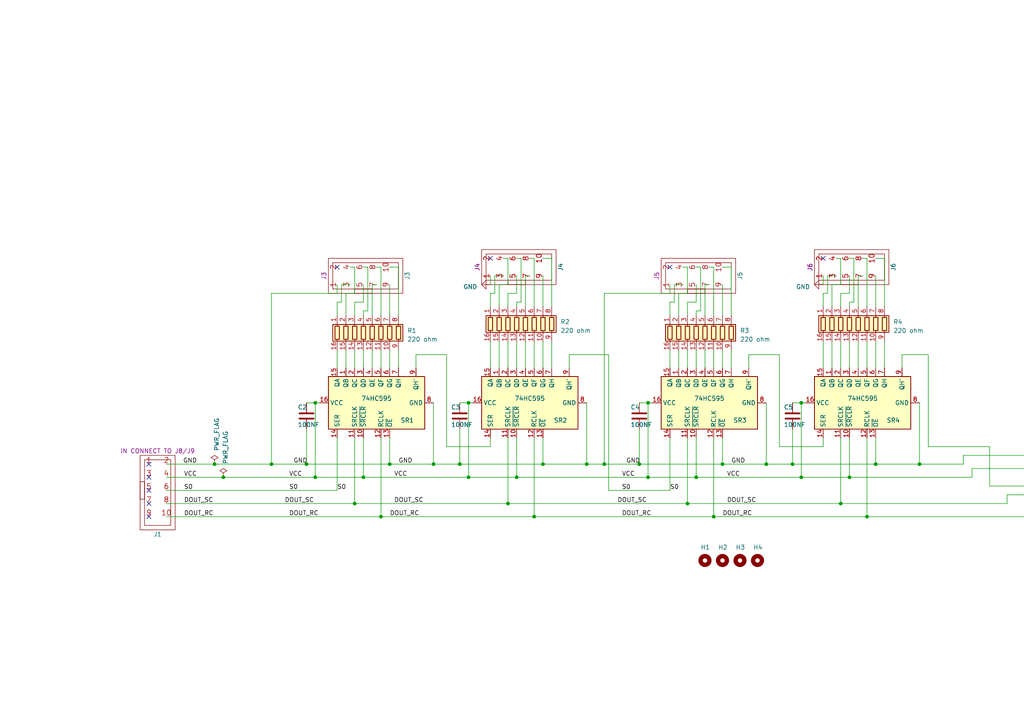
<source format=kicad_sch>
(kicad_sch (version 20230121) (generator eeschema)
  (paper "A4")
  (lib_symbols
    (symbol "74xx:74HC595"
      (property "Reference" "U" (at -7.62 13.97 0))
      (property "Value" "74HC595" (at -7.62 -16.51 0))
      (symbol "74HC595_1_0"
        (pin tri_state line (at 10.16 7.62 180) (length 2.54) (name "QB") (number "1"))
        (pin input line (at -10.16 2.54 0) (length 2.54) (name "~{SRCLR}") (number "10"))
        (pin input line (at -10.16 5.08 0) (length 2.54) (name "SRCLK") (number "11"))
        (pin input line (at -10.16 -2.54 0) (length 2.54) (name "RCLK") (number "12"))
        (pin input line (at -10.16 -5.08 0) (length 2.54) (name "~{OE}") (number "13"))
        (pin input line (at -10.16 10.16 0) (length 2.54) (name "SER") (number "14"))
        (pin tri_state line (at 10.16 10.16 180) (length 2.54) (name "QA") (number "15"))
        (pin power_in line (at 0 15.24 270) (length 2.54) (name "VCC") (number "16"))
        (pin tri_state line (at 10.16 5.08 180) (length 2.54) (name "QC") (number "2"))
        (pin tri_state line (at 10.16 2.54 180) (length 2.54) (name "QD") (number "3"))
        (pin tri_state line (at 10.16 0 180) (length 2.54) (name "QE") (number "4"))
        (pin tri_state line (at 10.16 -2.54 180) (length 2.54) (name "QF") (number "5"))
        (pin tri_state line (at 10.16 -5.08 180) (length 2.54) (name "QG") (number "6"))
        (pin tri_state line (at 10.16 -7.62 180) (length 2.54) (name "QH") (number "7"))
        (pin power_in line (at 0 -17.78 90) (length 2.54) (name "GND") (number "8"))
        (pin output line (at 10.16 -12.7 180) (length 2.54) (name "QH'") (number "9"))
      )
      (symbol "74HC595_1_1"
        (rectangle (start -7.62 12.7) (end 7.62 -15.24) (stroke (width 0.254)) (fill (type background)))
      )
    )
    (symbol "Device:C" (pin_numbers hide) (pin_names (offset 0.254))
      (property "Reference" "C" (at 0.635 2.54 0))
      (property "Value" "C" (at 0.635 -2.54 0))
      (symbol "C_0_1"
        (polyline (pts (xy -2.032 -0.762) (xy 2.032 -0.762)) (stroke (width 0.508)))
        (polyline (pts (xy -2.032 0.762) (xy 2.032 0.762)) (stroke (width 0.508)))
      )
      (symbol "C_1_1"
        (pin passive line (at 0 3.81 270) (length 2.794) (name "~") (number "1"))
        (pin passive line (at 0 -3.81 90) (length 2.794) (name "~") (number "2"))
      )
    )
    (symbol "Device:R_Pack08" (pin_names (offset 0) hide)
      (property "Reference" "RN" (at -12.7 0 90))
      (property "Value" "R_Pack08" (at 10.16 0 90))
      (symbol "R_Pack08_0_1"
        (rectangle (start -11.43 -2.413) (end 8.89 2.413) (stroke (width 0.254)) (fill (type background)))
        (rectangle (start -10.795 1.905) (end -9.525 -1.905) (stroke (width 0.254)))
        (rectangle (start -8.255 1.905) (end -6.985 -1.905) (stroke (width 0.254)))
        (rectangle (start -5.715 1.905) (end -4.445 -1.905) (stroke (width 0.254)))
        (rectangle (start -3.175 1.905) (end -1.905 -1.905) (stroke (width 0.254)))
        (rectangle (start -0.635 1.905) (end 0.635 -1.905) (stroke (width 0.254)))
        (polyline (pts (xy -10.16 -2.54) (xy -10.16 -1.905)))
        (polyline (pts (xy -10.16 1.905) (xy -10.16 2.54)))
        (polyline (pts (xy -7.62 -2.54) (xy -7.62 -1.905)))
        (polyline (pts (xy -7.62 1.905) (xy -7.62 2.54)))
        (polyline (pts (xy -5.08 -2.54) (xy -5.08 -1.905)))
        (polyline (pts (xy -5.08 1.905) (xy -5.08 2.54)))
        (polyline (pts (xy -2.54 -2.54) (xy -2.54 -1.905)))
        (polyline (pts (xy -2.54 1.905) (xy -2.54 2.54)))
        (polyline (pts (xy 0 -2.54) (xy 0 -1.905)))
        (polyline (pts (xy 0 1.905) (xy 0 2.54)))
        (polyline (pts (xy 2.54 -2.54) (xy 2.54 -1.905)))
        (polyline (pts (xy 2.54 1.905) (xy 2.54 2.54)))
        (polyline (pts (xy 5.08 -2.54) (xy 5.08 -1.905)))
        (polyline (pts (xy 5.08 1.905) (xy 5.08 2.54)))
        (polyline (pts (xy 7.62 -2.54) (xy 7.62 -1.905)))
        (polyline (pts (xy 7.62 1.905) (xy 7.62 2.54)))
        (rectangle (start 1.905 1.905) (end 3.175 -1.905) (stroke (width 0.254)))
        (rectangle (start 4.445 1.905) (end 5.715 -1.905) (stroke (width 0.254)))
        (rectangle (start 6.985 1.905) (end 8.255 -1.905) (stroke (width 0.254)))
      )
      (symbol "R_Pack08_1_1"
        (pin passive line (at -10.16 -5.08 90) (length 2.54) (name "R1.1") (number "1"))
        (pin passive line (at 5.08 5.08 270) (length 2.54) (name "R7.2") (number "10"))
        (pin passive line (at 2.54 5.08 270) (length 2.54) (name "R6.2") (number "11"))
        (pin passive line (at 0 5.08 270) (length 2.54) (name "R5.2") (number "12"))
        (pin passive line (at -2.54 5.08 270) (length 2.54) (name "R4.2") (number "13"))
        (pin passive line (at -5.08 5.08 270) (length 2.54) (name "R3.2") (number "14"))
        (pin passive line (at -7.62 5.08 270) (length 2.54) (name "R2.2") (number "15"))
        (pin passive line (at -10.16 5.08 270) (length 2.54) (name "R1.2") (number "16"))
        (pin passive line (at -7.62 -5.08 90) (length 2.54) (name "R2.1") (number "2"))
        (pin passive line (at -5.08 -5.08 90) (length 2.54) (name "R3.1") (number "3"))
        (pin passive line (at -2.54 -5.08 90) (length 2.54) (name "R4.1") (number "4"))
        (pin passive line (at 0 -5.08 90) (length 2.54) (name "R5.1") (number "5"))
        (pin passive line (at 2.54 -5.08 90) (length 2.54) (name "R6.1") (number "6"))
        (pin passive line (at 5.08 -5.08 90) (length 2.54) (name "R7.1") (number "7"))
        (pin passive line (at 7.62 -5.08 90) (length 2.54) (name "R8.1") (number "8"))
        (pin passive line (at 7.62 5.08 270) (length 2.54) (name "R8.2") (number "9"))
      )
    )
    (symbol "IDC-Header_2x05_P2.54mm_Vertical_1"
      (property "Reference" "J?" (at -15.24 0 0))
      (property "Champ4" "IN" (at -12.7 0 0))
      (symbol "IDC-Header_2x05_P2.54mm_Vertical_1_0_1"
        (rectangle (start -5.08 11.43) (end 5.08 -10.16))
        (rectangle (start -3.81 10.16) (end 3.81 -8.89))
        (rectangle (start 3.81 -2.54) (end 5.08 2.54))
      )
      (symbol "IDC-Header_2x05_P2.54mm_Vertical_1_1_1"
        (pin passive line (at 2.54 -7.62 180) (length 0) (name "") (number "1"))
        (pin passive line (at -2.54 7.62 0) (length 0) (name "") (number "10"))
        (pin passive line (at -2.54 -7.62 0) (length 0) (name "") (number "2"))
        (pin passive line (at 2.54 -3.81 180) (length 0) (name "") (number "3"))
        (pin passive line (at -2.54 -3.81 0) (length 0) (name "") (number "4"))
        (pin passive line (at 2.54 0 180) (length 0) (name "") (number "5"))
        (pin passive line (at -2.54 0 0) (length 0) (name "") (number "6"))
        (pin passive line (at 2.54 3.81 180) (length 0) (name "") (number "7"))
        (pin passive line (at -2.54 3.81 0) (length 0) (name "") (number "8"))
        (pin passive line (at 2.54 7.62 180) (length 0) (name "") (number "9"))
      )
    )
    (symbol "Mechanical:MountingHole" (pin_names (offset 1.016))
      (property "Reference" "H" (at 0 5.08 0))
      (property "Value" "MountingHole" (at 0 3.175 0))
      (symbol "MountingHole_0_1"
        (circle (center 0 0) (radius 1.27) (stroke (width 1.27)))
      )
    )
    (symbol "power:GND" (power) (pin_names (offset 0))
      (property "Value" "GND" (at 0 -3.81 0))
      (symbol "GND_0_1"
        (polyline (pts (xy 0 0) (xy 0 -1.27) (xy 1.27 -1.27) (xy 0 -2.54) (xy -1.27 -1.27) (xy 0 -1.27)))
      )
      (symbol "GND_1_1"
        (pin power_in line (at 0 0 270) (length 0) hide (name "GND") (number "1"))
      )
    )
    (symbol "power:PWR_FLAG" (power) (pin_numbers hide) (pin_names (offset 0) hide)
      (property "Value" "PWR_FLAG" (at 0 3.81 0))
      (symbol "PWR_FLAG_0_0"
        (pin power_out line (at 0 0 90) (length 0) (name "pwr") (number "1"))
      )
      (symbol "PWR_FLAG_0_1"
        (polyline (pts (xy 0 0) (xy 0 1.27) (xy -1.016 1.905) (xy 0 2.54) (xy 1.016 1.905) (xy 0 1.27)))
      )
    )
  )
  (junction (at 232.41 116.84))
  (junction (at 266.7 134.62))
  (junction (at 243.84 146.05))
  (junction (at 251.46 149.86))
  (junction (at 209.55 134.62))
  (junction (at 135.89 138.43))
  (junction (at 91.44 138.43))
  (junction (at 222.25 134.62))
  (junction (at 154.94 149.86))
  (junction (at 102.87 146.05))
  (junction (at 135.89 116.84))
  (junction (at 105.41 138.43))
  (junction (at 201.93 138.43))
  (junction (at 307.34 132.08))
  (junction (at 110.49 149.86))
  (junction (at 307.34 143.51))
  (junction (at 187.96 116.84))
  (junction (at 113.03 134.62))
  (junction (at 170.18 134.62))
  (junction (at 307.34 135.89))
  (junction (at 175.26 134.62))
  (junction (at 78.74 134.62))
  (junction (at 229.87 134.62))
  (junction (at 307.34 147.32))
  (junction (at 246.38 138.43))
  (junction (at 254 134.62))
  (junction (at 133.35 134.62))
  (junction (at 91.44 116.84))
  (junction (at 157.48 134.62))
  (junction (at 125.73 134.62))
  (junction (at 207.01 149.86))
  (junction (at 232.41 138.43))
  (junction (at 199.39 146.05))
  (junction (at 149.86 138.43))
  (junction (at 64.77 138.43))
  (junction (at 187.96 138.43))
  (junction (at 62.23 134.62))
  (junction (at 185.42 134.62))
  (junction (at 88.9 134.62))
  (junction (at 147.32 146.05))
  (no_connect (at 43.18 134.62))
  (no_connect (at 142.24 74.93))
  (no_connect (at 43.18 138.43))
  (no_connect (at 43.18 149.86))
  (no_connect (at 43.18 142.24))
  (no_connect (at 194.31 77.47))
  (no_connect (at 307.34 139.7))
  (no_connect (at 238.76 74.93))
  (no_connect (at 97.79 77.47))
  (no_connect (at 43.18 146.05))
  (wire (pts (xy 243.84 74.93) (xy 242.57 74.93)))
  (wire (pts (xy 147.32 82.55) (xy 147.32 74.93)))
  (wire (pts (xy 287.02 140.97) (xy 287.02 129.54)))
  (wire (pts (xy 247.65 74.93) (xy 247.65 87.63)))
  (wire (pts (xy 254 127) (xy 254 134.62)))
  (wire (pts (xy 125.73 134.62) (xy 133.35 134.62)))
  (wire (pts (xy 243.84 99.06) (xy 243.84 106.68)))
  (wire (pts (xy 142.24 99.06) (xy 142.24 106.68)))
  (wire (pts (xy 100.33 101.6) (xy 100.33 106.68)))
  (wire (pts (xy 125.73 116.84) (xy 125.73 134.62)))
  (wire (pts (xy 204.47 82.55) (xy 205.74 82.55)))
  (wire (pts (xy 113.03 134.62) (xy 125.73 134.62)))
  (wire (pts (xy 246.38 74.93) (xy 247.65 74.93)))
  (wire (pts (xy 199.39 85.09) (xy 199.39 77.47)))
  (wire (pts (xy 105.41 90.17) (xy 105.41 91.44)))
  (wire (pts (xy 147.32 88.9) (xy 147.32 85.09)))
  (wire (pts (xy 102.87 85.09) (xy 102.87 77.47)))
  (wire (pts (xy 113.03 127) (xy 113.03 134.62)))
  (wire (pts (xy 135.89 138.43) (xy 149.86 138.43)))
  (wire (pts (xy 187.96 116.84) (xy 189.23 116.84)))
  (wire (pts (xy 88.9 134.62) (xy 113.03 134.62)))
  (wire (pts (xy 238.76 82.55) (xy 238.76 80.01)))
  (wire (pts (xy 238.76 129.54) (xy 238.76 127)))
  (wire (pts (xy 241.3 82.55) (xy 243.84 82.55)))
  (wire (pts (xy 269.24 129.54) (xy 287.02 129.54)))
  (wire (pts (xy 170.18 134.62) (xy 175.26 134.62)))
  (wire (pts (xy 203.2 77.47) (xy 203.2 90.17)))
  (wire (pts (xy 196.85 101.6) (xy 196.85 106.68)))
  (wire (pts (xy 91.44 116.84) (xy 91.44 138.43)))
  (wire (pts (xy 254 99.06) (xy 254 106.68)))
  (wire (pts (xy 207.01 149.86) (xy 251.46 149.86)))
  (wire (pts (xy 201.93 77.47) (xy 203.2 77.47)))
  (wire (pts (xy 135.89 116.84) (xy 137.16 116.84)))
  (wire (pts (xy 281.94 135.89) (xy 307.34 135.89)))
  (wire (pts (xy 133.35 124.46) (xy 133.35 134.62)))
  (wire (pts (xy 201.93 87.63) (xy 201.93 82.55)))
  (wire (pts (xy 241.3 99.06) (xy 241.3 106.68)))
  (wire (pts (xy 160.02 99.06) (xy 160.02 106.68)))
  (wire (pts (xy 212.09 77.47) (xy 212.09 91.44)))
  (wire (pts (xy 209.55 77.47) (xy 212.09 77.47)))
  (wire (pts (xy 105.41 77.47) (xy 106.68 77.47)))
  (wire (pts (xy 226.06 129.54) (xy 238.76 129.54)))
  (wire (pts (xy 100.33 85.09) (xy 102.87 85.09)))
  (wire (pts (xy 243.84 85.09) (xy 246.38 85.09)))
  (wire (pts (xy 110.49 127) (xy 110.49 149.86)))
  (wire (pts (xy 312.42 132.08) (xy 307.34 132.08)))
  (wire (pts (xy 205.74 77.47) (xy 207.01 77.47)))
  (wire (pts (xy 246.38 85.09) (xy 246.38 80.01)))
  (wire (pts (xy 243.84 88.9) (xy 243.84 85.09)))
  (wire (pts (xy 48.26 138.43) (xy 64.77 138.43)))
  (wire (pts (xy 143.51 85.09) (xy 143.51 80.01)))
  (wire (pts (xy 129.54 129.54) (xy 142.24 129.54)))
  (wire (pts (xy 246.38 127) (xy 246.38 138.43)))
  (wire (pts (xy 209.55 82.55) (xy 209.55 91.44)))
  (wire (pts (xy 254 134.62) (xy 266.7 134.62)))
  (wire (pts (xy 209.55 101.6) (xy 209.55 106.68)))
  (wire (pts (xy 229.87 134.62) (xy 254 134.62)))
  (wire (pts (xy 185.42 124.46) (xy 185.42 134.62)))
  (wire (pts (xy 109.22 77.47) (xy 110.49 77.47)))
  (wire (pts (xy 212.09 101.6) (xy 212.09 106.68)))
  (wire (pts (xy 232.41 116.84) (xy 232.41 138.43)))
  (wire (pts (xy 160.02 74.93) (xy 160.02 88.9)))
  (wire (pts (xy 102.87 91.44) (xy 102.87 87.63)))
  (wire (pts (xy 194.31 85.09) (xy 194.31 82.55)))
  (wire (pts (xy 251.46 127) (xy 251.46 149.86)))
  (wire (pts (xy 165.1 102.87) (xy 176.53 102.87)))
  (wire (pts (xy 201.93 101.6) (xy 201.93 106.68)))
  (wire (pts (xy 120.65 102.87) (xy 129.54 102.87)))
  (wire (pts (xy 88.9 116.84) (xy 91.44 116.84)))
  (wire (pts (xy 152.4 99.06) (xy 152.4 106.68)))
  (wire (pts (xy 243.84 146.05) (xy 292.1 146.05)))
  (wire (pts (xy 199.39 91.44) (xy 199.39 87.63)))
  (wire (pts (xy 203.2 90.17) (xy 201.93 90.17)))
  (wire (pts (xy 207.01 77.47) (xy 207.01 91.44)))
  (wire (pts (xy 201.93 127) (xy 201.93 138.43)))
  (wire (pts (xy 229.87 124.46) (xy 229.87 134.62)))
  (wire (pts (xy 281.94 138.43) (xy 281.94 135.89)))
  (wire (pts (xy 195.58 82.55) (xy 198.12 82.55)))
  (wire (pts (xy 78.74 134.62) (xy 88.9 134.62)))
  (wire (pts (xy 149.86 87.63) (xy 149.86 88.9)))
  (wire (pts (xy 312.42 140.97) (xy 287.02 140.97)))
  (wire (pts (xy 102.87 77.47) (xy 101.6 77.47)))
  (wire (pts (xy 199.39 101.6) (xy 199.39 106.68)))
  (wire (pts (xy 88.9 124.46) (xy 88.9 134.62)))
  (wire (pts (xy 78.74 85.09) (xy 97.79 85.09)))
  (wire (pts (xy 129.54 102.87) (xy 129.54 129.54)))
  (wire (pts (xy 97.79 91.44) (xy 97.79 87.63)))
  (wire (pts (xy 147.32 99.06) (xy 147.32 106.68)))
  (wire (pts (xy 105.41 101.6) (xy 105.41 106.68)))
  (wire (pts (xy 170.18 116.84) (xy 170.18 134.62)))
  (wire (pts (xy 144.78 99.06) (xy 144.78 106.68)))
  (wire (pts (xy 99.06 87.63) (xy 99.06 82.55)))
  (wire (pts (xy 307.34 143.51) (xy 312.42 143.51)))
  (wire (pts (xy 238.76 85.09) (xy 240.03 85.09)))
  (wire (pts (xy 48.26 146.05) (xy 102.87 146.05)))
  (wire (pts (xy 106.68 90.17) (xy 105.41 90.17)))
  (wire (pts (xy 142.24 85.09) (xy 143.51 85.09)))
  (wire (pts (xy 99.06 82.55) (xy 101.6 82.55)))
  (wire (pts (xy 62.23 134.62) (xy 78.74 134.62)))
  (wire (pts (xy 222.25 116.84) (xy 222.25 134.62)))
  (wire (pts (xy 113.03 82.55) (xy 113.03 91.44)))
  (wire (pts (xy 251.46 74.93) (xy 251.46 88.9)))
  (wire (pts (xy 154.94 74.93) (xy 154.94 88.9)))
  (wire (pts (xy 142.24 82.55) (xy 142.24 80.01)))
  (wire (pts (xy 151.13 74.93) (xy 151.13 87.63)))
  (wire (pts (xy 149.86 138.43) (xy 187.96 138.43)))
  (wire (pts (xy 107.95 82.55) (xy 109.22 82.55)))
  (wire (pts (xy 248.92 80.01) (xy 250.19 80.01)))
  (wire (pts (xy 254 80.01) (xy 254 88.9)))
  (wire (pts (xy 199.39 127) (xy 199.39 146.05)))
  (wire (pts (xy 209.55 127) (xy 209.55 134.62)))
  (wire (pts (xy 142.24 88.9) (xy 142.24 85.09)))
  (wire (pts (xy 185.42 134.62) (xy 209.55 134.62)))
  (wire (pts (xy 240.03 85.09) (xy 240.03 80.01)))
  (wire (pts (xy 135.89 138.43) (xy 105.41 138.43)))
  (wire (pts (xy 48.26 149.86) (xy 110.49 149.86)))
  (wire (pts (xy 143.51 80.01) (xy 146.05 80.01)))
  (wire (pts (xy 246.38 99.06) (xy 246.38 106.68)))
  (wire (pts (xy 113.03 77.47) (xy 115.57 77.47)))
  (wire (pts (xy 266.7 116.84) (xy 266.7 134.62)))
  (wire (pts (xy 256.54 99.06) (xy 256.54 106.68)))
  (wire (pts (xy 201.93 90.17) (xy 201.93 91.44)))
  (wire (pts (xy 246.38 87.63) (xy 246.38 88.9)))
  (wire (pts (xy 307.34 132.08) (xy 279.4 132.08)))
  (wire (pts (xy 64.77 138.43) (xy 91.44 138.43)))
  (wire (pts (xy 157.48 99.06) (xy 157.48 106.68)))
  (wire (pts (xy 147.32 127) (xy 147.32 146.05)))
  (wire (pts (xy 229.87 116.84) (xy 232.41 116.84)))
  (wire (pts (xy 149.86 74.93) (xy 151.13 74.93)))
  (wire (pts (xy 97.79 101.6) (xy 97.79 106.68)))
  (wire (pts (xy 194.31 87.63) (xy 195.58 87.63)))
  (wire (pts (xy 226.06 102.87) (xy 226.06 129.54)))
  (wire (pts (xy 102.87 146.05) (xy 147.32 146.05)))
  (wire (pts (xy 142.24 129.54) (xy 142.24 127)))
  (wire (pts (xy 106.68 77.47) (xy 106.68 90.17)))
  (wire (pts (xy 147.32 74.93) (xy 146.05 74.93)))
  (wire (pts (xy 222.25 134.62) (xy 229.87 134.62)))
  (wire (pts (xy 157.48 80.01) (xy 157.48 88.9)))
  (wire (pts (xy 115.57 77.47) (xy 115.57 91.44)))
  (wire (pts (xy 207.01 101.6) (xy 207.01 106.68)))
  (wire (pts (xy 165.1 106.68) (xy 165.1 102.87)))
  (wire (pts (xy 133.35 116.84) (xy 135.89 116.84)))
  (wire (pts (xy 256.54 74.93) (xy 256.54 88.9)))
  (wire (pts (xy 269.24 102.87) (xy 269.24 129.54)))
  (wire (pts (xy 105.41 138.43) (xy 91.44 138.43)))
  (wire (pts (xy 279.4 132.08) (xy 279.4 134.62)))
  (wire (pts (xy 207.01 127) (xy 207.01 149.86)))
  (wire (pts (xy 243.84 82.55) (xy 243.84 74.93)))
  (wire (pts (xy 110.49 77.47) (xy 110.49 91.44)))
  (wire (pts (xy 196.85 91.44) (xy 196.85 85.09)))
  (wire (pts (xy 147.32 85.09) (xy 149.86 85.09)))
  (wire (pts (xy 266.7 134.62) (xy 279.4 134.62)))
  (wire (pts (xy 78.74 134.62) (xy 78.74 85.09)))
  (wire (pts (xy 100.33 91.44) (xy 100.33 85.09)))
  (wire (pts (xy 157.48 74.93) (xy 160.02 74.93)))
  (wire (pts (xy 176.53 142.24) (xy 194.31 142.24)))
  (wire (pts (xy 102.87 101.6) (xy 102.87 106.68)))
  (wire (pts (xy 152.4 80.01) (xy 153.67 80.01)))
  (wire (pts (xy 232.41 138.43) (xy 246.38 138.43)))
  (wire (pts (xy 97.79 85.09) (xy 97.79 82.55)))
  (wire (pts (xy 110.49 149.86) (xy 154.94 149.86)))
  (wire (pts (xy 194.31 127) (xy 194.31 142.24)))
  (wire (pts (xy 175.26 134.62) (xy 175.26 85.09)))
  (wire (pts (xy 247.65 87.63) (xy 246.38 87.63)))
  (wire (pts (xy 194.31 91.44) (xy 194.31 87.63)))
  (wire (pts (xy 157.48 134.62) (xy 170.18 134.62)))
  (wire (pts (xy 102.87 127) (xy 102.87 146.05)))
  (wire (pts (xy 147.32 146.05) (xy 199.39 146.05)))
  (wire (pts (xy 149.86 127) (xy 149.86 138.43)))
  (wire (pts (xy 133.35 134.62) (xy 157.48 134.62)))
  (wire (pts (xy 232.41 116.84) (xy 233.68 116.84)))
  (wire (pts (xy 194.31 101.6) (xy 194.31 106.68)))
  (wire (pts (xy 151.13 87.63) (xy 149.86 87.63)))
  (wire (pts (xy 175.26 85.09) (xy 194.31 85.09)))
  (wire (pts (xy 195.58 87.63) (xy 195.58 82.55)))
  (wire (pts (xy 241.3 88.9) (xy 241.3 82.55)))
  (wire (pts (xy 120.65 106.68) (xy 120.65 102.87)))
  (wire (pts (xy 217.17 102.87) (xy 226.06 102.87)))
  (wire (pts (xy 185.42 116.84) (xy 187.96 116.84)))
  (wire (pts (xy 292.1 143.51) (xy 307.34 143.51)))
  (wire (pts (xy 154.94 99.06) (xy 154.94 106.68)))
  (wire (pts (xy 48.26 142.24) (xy 97.79 142.24)))
  (wire (pts (xy 261.62 102.87) (xy 269.24 102.87)))
  (wire (pts (xy 312.42 139.7) (xy 312.42 140.97)))
  (wire (pts (xy 201.93 138.43) (xy 187.96 138.43)))
  (wire (pts (xy 238.76 99.06) (xy 238.76 106.68)))
  (wire (pts (xy 107.95 91.44) (xy 107.95 82.55)))
  (wire (pts (xy 153.67 74.93) (xy 154.94 74.93)))
  (wire (pts (xy 250.19 74.93) (xy 251.46 74.93)))
  (wire (pts (xy 199.39 77.47) (xy 198.12 77.47)))
  (wire (pts (xy 176.53 102.87) (xy 176.53 142.24)))
  (wire (pts (xy 105.41 87.63) (xy 105.41 82.55)))
  (wire (pts (xy 232.41 138.43) (xy 201.93 138.43)))
  (wire (pts (xy 149.86 85.09) (xy 149.86 80.01)))
  (wire (pts (xy 144.78 88.9) (xy 144.78 82.55)))
  (wire (pts (xy 110.49 101.6) (xy 110.49 106.68)))
  (wire (pts (xy 243.84 127) (xy 243.84 146.05)))
  (wire (pts (xy 97.79 87.63) (xy 99.06 87.63)))
  (wire (pts (xy 204.47 91.44) (xy 204.47 82.55)))
  (wire (pts (xy 209.55 134.62) (xy 222.25 134.62)))
  (wire (pts (xy 175.26 134.62) (xy 185.42 134.62)))
  (wire (pts (xy 199.39 87.63) (xy 201.93 87.63)))
  (wire (pts (xy 48.26 134.62) (xy 62.23 134.62)))
  (wire (pts (xy 149.86 99.06) (xy 149.86 106.68)))
  (wire (pts (xy 292.1 146.05) (xy 292.1 143.51)))
  (wire (pts (xy 204.47 101.6) (xy 204.47 106.68)))
  (wire (pts (xy 251.46 99.06) (xy 251.46 106.68)))
  (wire (pts (xy 254 74.93) (xy 256.54 74.93)))
  (wire (pts (xy 105.41 127) (xy 105.41 138.43)))
  (wire (pts (xy 91.44 116.84) (xy 92.71 116.84)))
  (wire (pts (xy 199.39 146.05) (xy 243.84 146.05)))
  (wire (pts (xy 217.17 106.68) (xy 217.17 102.87)))
  (wire (pts (xy 154.94 127) (xy 154.94 149.86)))
  (wire (pts (xy 238.76 88.9) (xy 238.76 85.09)))
  (wire (pts (xy 240.03 80.01) (xy 242.57 80.01)))
  (wire (pts (xy 261.62 106.68) (xy 261.62 102.87)))
  (wire (pts (xy 248.92 99.06) (xy 248.92 106.68)))
  (wire (pts (xy 107.95 101.6) (xy 107.95 106.68)))
  (wire (pts (xy 307.34 147.32) (xy 299.72 147.32)))
  (wire (pts (xy 299.72 147.32) (xy 299.72 149.86)))
  (wire (pts (xy 144.78 82.55) (xy 147.32 82.55)))
  (wire (pts (xy 115.57 101.6) (xy 115.57 106.68)))
  (wire (pts (xy 307.34 135.89) (xy 312.42 135.89)))
  (wire (pts (xy 157.48 127) (xy 157.48 134.62)))
  (wire (pts (xy 251.46 149.86) (xy 299.72 149.86)))
  (wire (pts (xy 248.92 88.9) (xy 248.92 80.01)))
  (wire (pts (xy 113.03 101.6) (xy 113.03 106.68)))
  (wire (pts (xy 154.94 149.86) (xy 207.01 149.86)))
  (wire (pts (xy 152.4 88.9) (xy 152.4 80.01)))
  (wire (pts (xy 312.42 147.32) (xy 307.34 147.32)))
  (wire (pts (xy 196.85 85.09) (xy 199.39 85.09)))
  (wire (pts (xy 135.89 116.84) (xy 135.89 138.43)))
  (wire (pts (xy 102.87 87.63) (xy 105.41 87.63)))
  (wire (pts (xy 187.96 116.84) (xy 187.96 138.43)))
  (wire (pts (xy 97.79 127) (xy 97.79 142.24)))
  (wire (pts (xy 246.38 138.43) (xy 281.94 138.43)))
  (label "DOUT_SC" (at 53.34 146.05 0))
  (label "S0" (at 83.82 142.24 0))
  (label "S0" (at 180.34 142.24 0))
  (label "DOUT_RC" (at 83.82 149.86 0))
  (label "VCC" (at 210.82 138.43 0))
  (label "S0" (at 194.31 142.24 0))
  (label "DOUT_RC" (at 180.34 149.86 0))
  (label "GND" (at 85.09 134.62 0))
  (label "DOUT_SC" (at 179.07 146.05 0))
  (label "GND" (at 181.61 134.62 0))
  (label "DOUT_SC" (at 114.3 146.05 0))
  (label "DOUT_RC" (at 113.03 149.86 0))
  (label "DOUT_RC" (at 209.55 149.86 0))
  (label "S0" (at 97.79 142.24 0))
  (label "DOUT_RC" (at 53.34 149.86 0))
  (label "GND" (at 212.09 134.62 0))
  (label "GND" (at 115.57 134.62 0))
  (label "DOUT_SC" (at 210.82 146.05 0))
  (label "GND" (at 57.15 134.62 180))
  (label "VCC" (at 114.3 138.43 0))
  (label "VCC" (at 83.82 138.43 0))
  (label "DOUT_SC" (at 82.55 146.05 0))
  (label "VCC" (at 57.15 138.43 180))
  (label "VCC" (at 180.34 138.43 0))
  (label "S0" (at 53.34 142.24 0))
  (symbol (lib_id "Device:C") (at 229.87 120.65 180) (unit 1)
    (property "Reference" "C5" (at 227.33 118.11 0) (effects (justify right)))
    (property "Value" "100NF" (at 227.33 123.19 0) (effects (justify right)))
    (property "Footprint" "Capacitor_THT:C_Disc_D3.8mm_W2.6mm_P2.50mm" (effects hide))
  )
  (symbol (lib_id "Mechanical:MountingHole") (at 214.63 162.56 0) (unit 1)
    (property "Reference" "H3" (at 213.36 158.75 0) (effects (justify left)))
    (property "Value" "MountingHole" (effects hide))
    (property "Footprint" "MountingHole:MountingHole_3.2mm_M3" (effects hide))
  )
  (symbol (lib_id "power:PWR_FLAG") (at 62.23 134.62 0) (unit 1)
    (property "Reference" "#FLG01" (effects hide))
    (property "Value" "PWR_FLAG" (at 62.865 130.81 90) (effects (justify left)))
  )
  (symbol (lib_id "Device:R_Pack08") (at 204.47 96.52 0) (mirror x) (unit 1)
    (property "Reference" "R3" (at 214.63 95.885 0) (effects (justify left)))
    (property "Value" "220 ohm" (at 214.63 98.425 0) (effects (justify left)))
    (property "Footprint" "Package_DIP:DIP-16_W7.62mm_LongPads" (effects hide))
  )
  (symbol (lib_id "Device:C") (at 133.35 120.65 180) (unit 1)
    (property "Reference" "C3" (at 130.81 118.11 0) (effects (justify right)))
    (property "Value" "100NF" (at 130.81 123.19 0) (effects (justify right)))
    (property "Footprint" "Capacitor_THT:C_Disc_D3.8mm_W2.6mm_P2.50mm" (effects hide))
  )
  (symbol (lib_id "power:GND") (at 238.76 82.55 270) (unit 1)
    (property "Reference" "#PWR02" (effects hide))
    (property "Value" "GND" (at 234.95 83.185 90) (effects (justify right)))
  )
  (symbol (lib_name "IDC-Header_2x05_P2.54mm_Vertical_1") (lib_id "ksir_2023:IDC-Header_2x05_P2.54mm_Vertical") (at 309.88 139.7 180) (unit 1)
    (property "Reference" "J2" (at 309.88 152.4 0))
    (property "Value" "sin_in" (effects hide))
    (property "Footprint" "lib 2022 ksir:IDC-Header_2x05_P2.54mm_Vertical_ksr_TO_J8_J9" (effects hide))
    (property "Champ4" "J2" (at 309.88 128.27 0))
  )
  (symbol (lib_id "Mechanical:MountingHole") (at 209.55 162.56 0) (unit 1)
    (property "Reference" "H2" (at 208.28 158.75 0) (effects (justify left)))
    (property "Value" "MountingHole" (effects hide))
    (property "Footprint" "MountingHole:MountingHole_3.2mm_M3" (effects hide))
  )
  (symbol (lib_id "Mechanical:MountingHole") (at 219.71 162.56 0) (unit 1)
    (property "Reference" "H4" (at 218.44 158.75 0) (effects (justify left)))
    (property "Value" "MountingHole" (effects hide))
    (property "Footprint" "MountingHole:MountingHole_3.2mm_M3" (effects hide))
  )
  (symbol (lib_id "power:PWR_FLAG") (at 64.77 138.43 0) (unit 1)
    (property "Reference" "#FLG02" (effects hide))
    (property "Value" "PWR_FLAG" (at 65.405 134.62 90) (effects (justify left)))
  )
  (symbol (lib_id "power:GND") (at 142.24 82.55 270) (unit 1)
    (property "Reference" "#PWR01" (effects hide))
    (property "Value" "GND" (at 138.43 83.185 90) (effects (justify right)))
  )
  (symbol (lib_id "Device:R_Pack08") (at 107.95 96.52 0) (mirror x) (unit 1)
    (property "Reference" "R1" (at 118.11 95.885 0) (effects (justify left)))
    (property "Value" "220 ohm" (at 118.11 98.425 0) (effects (justify left)))
    (property "Footprint" "Package_DIP:DIP-16_W7.62mm_LongPads" (effects hide))
  )
  (symbol (lib_id "Device:C") (at 185.42 120.65 180) (unit 1)
    (property "Reference" "C4" (at 182.88 118.11 0) (effects (justify right)))
    (property "Value" "100NF" (at 182.88 123.19 0) (effects (justify right)))
    (property "Footprint" "Capacitor_THT:C_Disc_D3.8mm_W2.6mm_P2.50mm" (effects hide))
  )
  (symbol (lib_name "IDC-Header_2x05_P2.54mm_Vertical_1") (lib_id "ksir_2023:IDC-Header_2x05_P2.54mm_Vertical") (at 105.41 80.01 270) (unit 1)
    (property "Reference" "J3" (at 118.11 80.01 0))
    (property "Value" "sin_in" (effects hide))
    (property "Footprint" "Connector_IDC:IDC-Header_2x05_P2.54mm_Vertical" (effects hide))
    (property "Champ4" "J3" (at 93.98 80.01 0))
  )
  (symbol (lib_name "IDC-Header_2x05_P2.54mm_Vertical_1") (lib_id "ksir_2023:IDC-Header_2x05_P2.54mm_Vertical") (at 201.93 80.01 270) (unit 1)
    (property "Reference" "J5" (at 214.63 80.01 0))
    (property "Value" "sin_in" (effects hide))
    (property "Footprint" "Connector_IDC:IDC-Header_2x05_P2.54mm_Vertical" (effects hide))
    (property "Champ4" "J5" (at 190.5 80.01 0))
  )
  (symbol (lib_id "74xx:74HC595") (at 248.92 116.84 90) (unit 1)
    (property "Reference" "SR4" (at 259.08 121.92 90))
    (property "Value" "74HC595" (at 250.19 115.57 90))
    (property "Footprint" "Package_DIP:DIP-16_W7.62mm_Socket_LongPads" (effects hide))
    (property "Datasheet" "http://www.ti.com/lit/ds/symlink/sn74hc595.pdf" (effects hide))
  )
  (symbol (lib_id "Device:R_Pack08") (at 248.92 93.98 0) (mirror x) (unit 1)
    (property "Reference" "R4" (at 259.08 93.345 0) (effects (justify left)))
    (property "Value" "220 ohm" (at 259.08 95.885 0) (effects (justify left)))
    (property "Footprint" "Package_DIP:DIP-16_W7.62mm_LongPads" (effects hide))
  )
  (symbol (lib_id "74xx:74HC595") (at 107.95 116.84 90) (unit 1)
    (property "Reference" "SR1" (at 118.11 121.92 90))
    (property "Value" "74HC595" (at 109.22 115.57 90))
    (property "Footprint" "Package_DIP:DIP-16_W7.62mm_Socket_LongPads" (effects hide))
    (property "Datasheet" "http://www.ti.com/lit/ds/symlink/sn74hc595.pdf" (effects hide))
  )
  (symbol (lib_id "Mechanical:MountingHole") (at 204.47 162.56 0) (unit 1)
    (property "Reference" "H1" (at 203.2 158.75 0) (effects (justify left)))
    (property "Value" "MountingHole" (effects hide))
    (property "Footprint" "MountingHole:MountingHole_3.2mm_M3" (effects hide))
  )
  (symbol (lib_name "IDC-Header_2x05_P2.54mm_Vertical_1") (lib_id "ksir_2023:IDC-Header_2x05_P2.54mm_Vertical") (at 246.38 77.47 270) (unit 1)
    (property "Reference" "J6" (at 259.08 77.47 0))
    (property "Value" "sin_in" (effects hide))
    (property "Footprint" "Connector_IDC:IDC-Header_2x05_P2.54mm_Vertical" (effects hide))
    (property "Champ4" "J6" (at 234.95 77.47 0))
  )
  (symbol (lib_id "74xx:74HC595") (at 152.4 116.84 90) (unit 1)
    (property "Reference" "SR2" (at 162.56 121.92 90))
    (property "Value" "74HC595" (at 153.67 115.57 90))
    (property "Footprint" "Package_DIP:DIP-16_W7.62mm_Socket_LongPads" (effects hide))
    (property "Datasheet" "http://www.ti.com/lit/ds/symlink/sn74hc595.pdf" (effects hide))
  )
  (symbol (lib_id "Device:R_Pack08") (at 152.4 93.98 0) (mirror x) (unit 1)
    (property "Reference" "R2" (at 162.56 93.345 0) (effects (justify left)))
    (property "Value" "220 ohm" (at 162.56 95.885 0) (effects (justify left)))
    (property "Footprint" "Package_DIP:DIP-16_W7.62mm_LongPads" (effects hide))
  )
  (symbol (lib_id "Device:C") (at 88.9 120.65 180) (unit 1)
    (property "Reference" "C2" (at 86.36 118.11 0) (effects (justify right)))
    (property "Value" "100NF" (at 86.36 123.19 0) (effects (justify right)))
    (property "Footprint" "Capacitor_THT:C_Disc_D3.8mm_W2.6mm_P2.50mm" (effects hide))
  )
  (symbol (lib_name "IDC-Header_2x05_P2.54mm_Vertical_1") (lib_id "ksir_2023:IDC-Header_2x05_P2.54mm_Vertical") (at 149.86 77.47 270) (unit 1)
    (property "Reference" "J4" (at 162.56 77.47 0))
    (property "Value" "sin_in" (effects hide))
    (property "Footprint" "Connector_IDC:IDC-Header_2x05_P2.54mm_Vertical" (effects hide))
    (property "Champ4" "J4" (at 138.43 77.47 0))
  )
  (symbol (lib_name "IDC-Header_2x05_P2.54mm_Vertical_1") (lib_id "ksir_2023:IDC-Header_2x05_P2.54mm_Vertical") (at 45.72 142.24 180) (unit 1)
    (property "Reference" "J1" (at 45.72 154.94 0))
    (property "Value" "sin_in" (effects hide))
    (property "Footprint" "lib 2022 ksir:IDC-Header_2x05_P2.54mm_Vertical_ksr_TO_J8_J9" (effects hide))
    (property "Champ4" "IN CONNECT TO J8/J9" (at 45.72 130.81 0))
  )
  (symbol (lib_id "74xx:74HC595") (at 204.47 116.84 90) (unit 1)
    (property "Reference" "SR3" (at 214.63 121.92 90))
    (property "Value" "74HC595" (at 205.74 115.57 90))
    (property "Footprint" "Package_DIP:DIP-16_W7.62mm_Socket_LongPads" (effects hide))
    (property "Datasheet" "http://www.ti.com/lit/ds/symlink/sn74hc595.pdf" (effects hide))
  )
)
</source>
